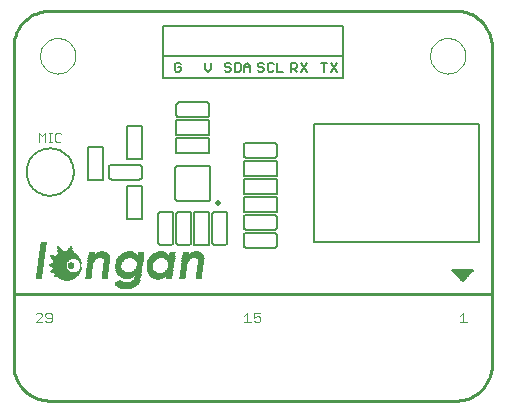
<source format=gto>
G75*
G70*
%OFA0B0*%
%FSLAX24Y24*%
%IPPOS*%
%LPD*%
%AMOC8*
5,1,8,0,0,1.08239X$1,22.5*
%
%ADD10C,0.0050*%
%ADD11C,0.0060*%
%ADD12C,0.0100*%
%ADD13C,0.0000*%
%ADD14C,0.0040*%
%ADD15R,0.0151X0.0006*%
%ADD16R,0.0239X0.0006*%
%ADD17R,0.0302X0.0006*%
%ADD18R,0.0346X0.0006*%
%ADD19R,0.0391X0.0006*%
%ADD20R,0.0422X0.0006*%
%ADD21R,0.0454X0.0006*%
%ADD22R,0.0479X0.0006*%
%ADD23R,0.0504X0.0006*%
%ADD24R,0.0529X0.0006*%
%ADD25R,0.0548X0.0006*%
%ADD26R,0.0573X0.0006*%
%ADD27R,0.0592X0.0006*%
%ADD28R,0.0611X0.0006*%
%ADD29R,0.0630X0.0006*%
%ADD30R,0.0643X0.0006*%
%ADD31R,0.0661X0.0006*%
%ADD32R,0.0674X0.0006*%
%ADD33R,0.0693X0.0006*%
%ADD34R,0.0706X0.0006*%
%ADD35R,0.0718X0.0006*%
%ADD36R,0.0731X0.0006*%
%ADD37R,0.0743X0.0006*%
%ADD38R,0.0750X0.0006*%
%ADD39R,0.0762X0.0006*%
%ADD40R,0.0775X0.0006*%
%ADD41R,0.0787X0.0006*%
%ADD42R,0.0800X0.0006*%
%ADD43R,0.0813X0.0006*%
%ADD44R,0.0806X0.0006*%
%ADD45R,0.0321X0.0006*%
%ADD46R,0.0359X0.0006*%
%ADD47R,0.0283X0.0006*%
%ADD48R,0.0328X0.0006*%
%ADD49R,0.0246X0.0006*%
%ADD50R,0.0315X0.0006*%
%ADD51R,0.0220X0.0006*%
%ADD52R,0.0296X0.0006*%
%ADD53R,0.0195X0.0006*%
%ADD54R,0.0290X0.0006*%
%ADD55R,0.0170X0.0006*%
%ADD56R,0.0277X0.0006*%
%ADD57R,0.0145X0.0006*%
%ADD58R,0.0126X0.0006*%
%ADD59R,0.0265X0.0006*%
%ADD60R,0.0107X0.0006*%
%ADD61R,0.0088X0.0006*%
%ADD62R,0.0258X0.0006*%
%ADD63R,0.0063X0.0006*%
%ADD64R,0.0252X0.0006*%
%ADD65R,0.0044X0.0006*%
%ADD66R,0.0025X0.0006*%
%ADD67R,0.0069X0.0006*%
%ADD68R,0.0006X0.0006*%
%ADD69R,0.0233X0.0006*%
%ADD70R,0.0227X0.0006*%
%ADD71R,0.0384X0.0006*%
%ADD72R,0.0409X0.0006*%
%ADD73R,0.0189X0.0006*%
%ADD74R,0.0435X0.0006*%
%ADD75R,0.0214X0.0006*%
%ADD76R,0.0460X0.0006*%
%ADD77R,0.0208X0.0006*%
%ADD78R,0.0050X0.0006*%
%ADD79R,0.0271X0.0006*%
%ADD80R,0.0485X0.0006*%
%ADD81R,0.0510X0.0006*%
%ADD82R,0.0523X0.0006*%
%ADD83R,0.0372X0.0006*%
%ADD84R,0.0561X0.0006*%
%ADD85R,0.0586X0.0006*%
%ADD86R,0.0340X0.0006*%
%ADD87R,0.0598X0.0006*%
%ADD88R,0.0365X0.0006*%
%ADD89R,0.0441X0.0006*%
%ADD90R,0.0038X0.0006*%
%ADD91R,0.0624X0.0006*%
%ADD92R,0.0416X0.0006*%
%ADD93R,0.0649X0.0006*%
%ADD94R,0.0428X0.0006*%
%ADD95R,0.0472X0.0006*%
%ADD96R,0.0491X0.0006*%
%ADD97R,0.0466X0.0006*%
%ADD98R,0.0756X0.0006*%
%ADD99R,0.0517X0.0006*%
%ADD100R,0.0769X0.0006*%
%ADD101R,0.0781X0.0006*%
%ADD102R,0.0794X0.0006*%
%ADD103R,0.0825X0.0006*%
%ADD104R,0.0838X0.0006*%
%ADD105R,0.0819X0.0006*%
%ADD106R,0.0353X0.0006*%
%ADD107R,0.0850X0.0006*%
%ADD108R,0.0334X0.0006*%
%ADD109R,0.0712X0.0006*%
%ADD110R,0.0157X0.0006*%
%ADD111R,0.0699X0.0006*%
%ADD112R,0.0309X0.0006*%
%ADD113R,0.0680X0.0006*%
%ADD114R,0.0668X0.0006*%
%ADD115R,0.0120X0.0006*%
%ADD116R,0.0655X0.0006*%
%ADD117R,0.0101X0.0006*%
%ADD118R,0.0082X0.0006*%
%ADD119R,0.0076X0.0006*%
%ADD120R,0.0535X0.0006*%
%ADD121R,0.0057X0.0006*%
%ADD122R,0.0498X0.0006*%
%ADD123R,0.0094X0.0006*%
%ADD124R,0.0132X0.0006*%
%ADD125R,0.0202X0.0006*%
%ADD126R,0.0176X0.0006*%
%ADD127R,0.0031X0.0006*%
%ADD128R,0.0183X0.0006*%
%ADD129R,0.0542X0.0006*%
%ADD130R,0.0554X0.0006*%
%ADD131R,0.0567X0.0006*%
%ADD132R,0.0580X0.0006*%
%ADD133R,0.0605X0.0006*%
%ADD134R,0.0687X0.0006*%
%ADD135R,0.0939X0.0006*%
%ADD136R,0.0932X0.0006*%
%ADD137R,0.0857X0.0006*%
%ADD138R,0.0737X0.0006*%
%ADD139R,0.0844X0.0006*%
%ADD140R,0.0724X0.0006*%
%ADD141R,0.0831X0.0006*%
%ADD142R,0.0164X0.0006*%
%ADD143R,0.0636X0.0006*%
%ADD144R,0.0397X0.0006*%
%ADD145R,0.0403X0.0006*%
%ADD146R,0.0378X0.0006*%
%ADD147R,0.0139X0.0006*%
%ADD148R,0.0113X0.0006*%
%ADD149R,0.0019X0.0006*%
%ADD150R,0.0013X0.0006*%
%ADD151C,0.0200*%
D10*
X006469Y005360D02*
X006769Y005360D01*
X006786Y005362D01*
X006803Y005366D01*
X006819Y005373D01*
X006833Y005383D01*
X006846Y005396D01*
X006856Y005410D01*
X006863Y005426D01*
X006867Y005443D01*
X006869Y005460D01*
X006869Y006360D01*
X006867Y006377D01*
X006863Y006394D01*
X006856Y006410D01*
X006846Y006424D01*
X006833Y006437D01*
X006819Y006447D01*
X006803Y006454D01*
X006786Y006458D01*
X006769Y006460D01*
X006469Y006460D01*
X006452Y006458D01*
X006435Y006454D01*
X006419Y006447D01*
X006405Y006437D01*
X006392Y006424D01*
X006382Y006410D01*
X006375Y006394D01*
X006371Y006377D01*
X006369Y006360D01*
X006369Y005460D01*
X006371Y005443D01*
X006375Y005426D01*
X006382Y005410D01*
X006392Y005396D01*
X006405Y005383D01*
X006419Y005373D01*
X006435Y005366D01*
X006452Y005362D01*
X006469Y005360D01*
X006969Y005460D02*
X006969Y006360D01*
X006971Y006377D01*
X006975Y006394D01*
X006982Y006410D01*
X006992Y006424D01*
X007005Y006437D01*
X007019Y006447D01*
X007035Y006454D01*
X007052Y006458D01*
X007069Y006460D01*
X007369Y006460D01*
X007386Y006458D01*
X007403Y006454D01*
X007419Y006447D01*
X007433Y006437D01*
X007446Y006424D01*
X007456Y006410D01*
X007463Y006394D01*
X007467Y006377D01*
X007469Y006360D01*
X007469Y005460D01*
X007467Y005443D01*
X007463Y005426D01*
X007456Y005410D01*
X007446Y005396D01*
X007433Y005383D01*
X007419Y005373D01*
X007403Y005366D01*
X007386Y005362D01*
X007369Y005360D01*
X007069Y005360D01*
X007052Y005362D01*
X007035Y005366D01*
X007019Y005373D01*
X007005Y005383D01*
X006992Y005396D01*
X006982Y005410D01*
X006975Y005426D01*
X006971Y005443D01*
X006969Y005460D01*
X007569Y005360D02*
X008069Y005360D01*
X008069Y006460D01*
X007569Y006460D01*
X007569Y005360D01*
X008169Y005460D02*
X008169Y006360D01*
X008171Y006377D01*
X008175Y006394D01*
X008182Y006410D01*
X008192Y006424D01*
X008205Y006437D01*
X008219Y006447D01*
X008235Y006454D01*
X008252Y006458D01*
X008269Y006460D01*
X008569Y006460D01*
X008586Y006458D01*
X008603Y006454D01*
X008619Y006447D01*
X008633Y006437D01*
X008646Y006424D01*
X008656Y006410D01*
X008663Y006394D01*
X008667Y006377D01*
X008669Y006360D01*
X008669Y005460D01*
X008667Y005443D01*
X008663Y005426D01*
X008656Y005410D01*
X008646Y005396D01*
X008633Y005383D01*
X008619Y005373D01*
X008603Y005366D01*
X008586Y005362D01*
X008569Y005360D01*
X008269Y005360D01*
X008252Y005362D01*
X008235Y005366D01*
X008219Y005373D01*
X008205Y005383D01*
X008192Y005396D01*
X008182Y005410D01*
X008175Y005426D01*
X008171Y005443D01*
X008169Y005460D01*
X009219Y005360D02*
X009219Y005660D01*
X009221Y005677D01*
X009225Y005694D01*
X009232Y005710D01*
X009242Y005724D01*
X009255Y005737D01*
X009269Y005747D01*
X009285Y005754D01*
X009302Y005758D01*
X009319Y005760D01*
X010219Y005760D01*
X010219Y005860D02*
X009319Y005860D01*
X009302Y005862D01*
X009285Y005866D01*
X009269Y005873D01*
X009255Y005883D01*
X009242Y005896D01*
X009232Y005910D01*
X009225Y005926D01*
X009221Y005943D01*
X009219Y005960D01*
X009219Y006260D01*
X009221Y006277D01*
X009225Y006294D01*
X009232Y006310D01*
X009242Y006324D01*
X009255Y006337D01*
X009269Y006347D01*
X009285Y006354D01*
X009302Y006358D01*
X009319Y006360D01*
X010219Y006360D01*
X010236Y006358D01*
X010253Y006354D01*
X010269Y006347D01*
X010283Y006337D01*
X010296Y006324D01*
X010306Y006310D01*
X010313Y006294D01*
X010317Y006277D01*
X010319Y006260D01*
X010319Y005960D01*
X010317Y005943D01*
X010313Y005926D01*
X010306Y005910D01*
X010296Y005896D01*
X010283Y005883D01*
X010269Y005873D01*
X010253Y005866D01*
X010236Y005862D01*
X010219Y005860D01*
X010219Y005760D02*
X010236Y005758D01*
X010253Y005754D01*
X010269Y005747D01*
X010283Y005737D01*
X010296Y005724D01*
X010306Y005710D01*
X010313Y005694D01*
X010317Y005677D01*
X010319Y005660D01*
X010319Y005360D01*
X010317Y005343D01*
X010313Y005326D01*
X010306Y005310D01*
X010296Y005296D01*
X010283Y005283D01*
X010269Y005273D01*
X010253Y005266D01*
X010236Y005262D01*
X010219Y005260D01*
X009319Y005260D01*
X009302Y005262D01*
X009285Y005266D01*
X009269Y005273D01*
X009255Y005283D01*
X009242Y005296D01*
X009232Y005310D01*
X009225Y005326D01*
X009221Y005343D01*
X009219Y005360D01*
X009219Y006460D02*
X009219Y006960D01*
X010319Y006960D01*
X010319Y006460D01*
X009219Y006460D01*
X009219Y007060D02*
X009219Y007560D01*
X010319Y007560D01*
X010319Y007060D01*
X009219Y007060D01*
X009219Y007660D02*
X009219Y008160D01*
X010319Y008160D01*
X010319Y007660D01*
X009219Y007660D01*
X009319Y008260D02*
X010219Y008260D01*
X010236Y008262D01*
X010253Y008266D01*
X010269Y008273D01*
X010283Y008283D01*
X010296Y008296D01*
X010306Y008310D01*
X010313Y008326D01*
X010317Y008343D01*
X010319Y008360D01*
X010319Y008660D01*
X010317Y008677D01*
X010313Y008694D01*
X010306Y008710D01*
X010296Y008724D01*
X010283Y008737D01*
X010269Y008747D01*
X010253Y008754D01*
X010236Y008758D01*
X010219Y008760D01*
X009319Y008760D01*
X009302Y008758D01*
X009285Y008754D01*
X009269Y008747D01*
X009255Y008737D01*
X009242Y008724D01*
X009232Y008710D01*
X009225Y008694D01*
X009221Y008677D01*
X009219Y008660D01*
X009219Y008360D01*
X009221Y008343D01*
X009225Y008326D01*
X009232Y008310D01*
X009242Y008296D01*
X009255Y008283D01*
X009269Y008273D01*
X009285Y008266D01*
X009302Y008262D01*
X009319Y008260D01*
X008069Y008410D02*
X006969Y008410D01*
X006969Y008910D01*
X008069Y008910D01*
X008069Y008410D01*
X008069Y009010D02*
X006969Y009010D01*
X006969Y009510D01*
X008069Y009510D01*
X008069Y009010D01*
X007969Y009610D02*
X007069Y009610D01*
X007052Y009612D01*
X007035Y009616D01*
X007019Y009623D01*
X007005Y009633D01*
X006992Y009646D01*
X006982Y009660D01*
X006975Y009676D01*
X006971Y009693D01*
X006969Y009710D01*
X006969Y010010D01*
X006971Y010027D01*
X006975Y010044D01*
X006982Y010060D01*
X006992Y010074D01*
X007005Y010087D01*
X007019Y010097D01*
X007035Y010104D01*
X007052Y010108D01*
X007069Y010110D01*
X007969Y010110D01*
X007986Y010108D01*
X008003Y010104D01*
X008019Y010097D01*
X008033Y010087D01*
X008046Y010074D01*
X008056Y010060D01*
X008063Y010044D01*
X008067Y010027D01*
X008069Y010010D01*
X008069Y009710D01*
X008067Y009693D01*
X008063Y009676D01*
X008056Y009660D01*
X008046Y009646D01*
X008033Y009633D01*
X008019Y009623D01*
X008003Y009616D01*
X007986Y009612D01*
X007969Y009610D01*
X006519Y010910D02*
X012519Y010910D01*
X012519Y011660D01*
X006519Y011660D01*
X006519Y012660D01*
X012519Y012660D01*
X012519Y011660D01*
X012317Y011435D02*
X012116Y011135D01*
X011894Y011135D02*
X011894Y011435D01*
X011794Y011435D02*
X011994Y011435D01*
X012116Y011435D02*
X012317Y011135D01*
X011317Y011135D02*
X011116Y011435D01*
X010994Y011385D02*
X010994Y011285D01*
X010944Y011235D01*
X010794Y011235D01*
X010794Y011135D02*
X010794Y011435D01*
X010944Y011435D01*
X010994Y011385D01*
X010894Y011235D02*
X010994Y011135D01*
X011116Y011135D02*
X011317Y011435D01*
X010539Y011135D02*
X010339Y011135D01*
X010339Y011435D01*
X010217Y011385D02*
X010167Y011435D01*
X010066Y011435D01*
X010016Y011385D01*
X010016Y011185D01*
X010066Y011135D01*
X010167Y011135D01*
X010217Y011185D01*
X009894Y011185D02*
X009844Y011135D01*
X009744Y011135D01*
X009694Y011185D01*
X009744Y011285D02*
X009844Y011285D01*
X009894Y011235D01*
X009894Y011185D01*
X009744Y011285D02*
X009694Y011335D01*
X009694Y011385D01*
X009744Y011435D01*
X009844Y011435D01*
X009894Y011385D01*
X009439Y011335D02*
X009439Y011135D01*
X009439Y011285D02*
X009239Y011285D01*
X009239Y011335D02*
X009239Y011135D01*
X009117Y011185D02*
X009117Y011385D01*
X009067Y011435D01*
X008916Y011435D01*
X008916Y011135D01*
X009067Y011135D01*
X009117Y011185D01*
X009239Y011335D02*
X009339Y011435D01*
X009439Y011335D01*
X008794Y011385D02*
X008744Y011435D01*
X008644Y011435D01*
X008594Y011385D01*
X008594Y011335D01*
X008644Y011285D01*
X008744Y011285D01*
X008794Y011235D01*
X008794Y011185D01*
X008744Y011135D01*
X008644Y011135D01*
X008594Y011185D01*
X008144Y011235D02*
X008044Y011135D01*
X007944Y011235D01*
X007944Y011435D01*
X008144Y011435D02*
X008144Y011235D01*
X007119Y011185D02*
X007069Y011135D01*
X006969Y011135D01*
X006919Y011185D01*
X006919Y011385D01*
X006969Y011435D01*
X007069Y011435D01*
X007119Y011385D01*
X007119Y011285D02*
X007019Y011285D01*
X007119Y011285D02*
X007119Y011185D01*
X006519Y010910D02*
X006519Y011660D01*
X005819Y009335D02*
X005319Y009335D01*
X005319Y008235D01*
X005819Y008235D01*
X005819Y009335D01*
X004519Y008635D02*
X004019Y008635D01*
X004019Y007535D01*
X004519Y007535D01*
X004519Y008635D01*
X004819Y008035D02*
X005719Y008035D01*
X005736Y008033D01*
X005753Y008029D01*
X005769Y008022D01*
X005783Y008012D01*
X005796Y007999D01*
X005806Y007985D01*
X005813Y007969D01*
X005817Y007952D01*
X005819Y007935D01*
X005819Y007635D01*
X005817Y007618D01*
X005813Y007601D01*
X005806Y007585D01*
X005796Y007571D01*
X005783Y007558D01*
X005769Y007548D01*
X005753Y007541D01*
X005736Y007537D01*
X005719Y007535D01*
X004819Y007535D01*
X004802Y007537D01*
X004785Y007541D01*
X004769Y007548D01*
X004755Y007558D01*
X004742Y007571D01*
X004732Y007585D01*
X004725Y007601D01*
X004721Y007618D01*
X004719Y007635D01*
X004719Y007935D01*
X004721Y007952D01*
X004725Y007969D01*
X004732Y007985D01*
X004742Y007999D01*
X004755Y008012D01*
X004769Y008022D01*
X004785Y008029D01*
X004802Y008033D01*
X004819Y008035D01*
X005319Y007335D02*
X005819Y007335D01*
X005819Y006235D01*
X005319Y006235D01*
X005319Y007335D01*
X001982Y007785D02*
X001984Y007841D01*
X001990Y007896D01*
X002000Y007950D01*
X002013Y008004D01*
X002031Y008057D01*
X002052Y008108D01*
X002076Y008158D01*
X002104Y008206D01*
X002136Y008252D01*
X002170Y008296D01*
X002208Y008337D01*
X002248Y008375D01*
X002291Y008410D01*
X002336Y008442D01*
X002384Y008471D01*
X002433Y008497D01*
X002484Y008519D01*
X002536Y008537D01*
X002590Y008551D01*
X002645Y008562D01*
X002700Y008569D01*
X002755Y008572D01*
X002811Y008571D01*
X002866Y008566D01*
X002921Y008557D01*
X002975Y008545D01*
X003028Y008528D01*
X003080Y008508D01*
X003130Y008484D01*
X003178Y008457D01*
X003225Y008427D01*
X003269Y008393D01*
X003311Y008356D01*
X003349Y008316D01*
X003386Y008274D01*
X003419Y008229D01*
X003448Y008183D01*
X003475Y008134D01*
X003497Y008083D01*
X003517Y008031D01*
X003532Y007977D01*
X003544Y007923D01*
X003552Y007868D01*
X003556Y007813D01*
X003556Y007757D01*
X003552Y007702D01*
X003544Y007647D01*
X003532Y007593D01*
X003517Y007539D01*
X003497Y007487D01*
X003475Y007436D01*
X003448Y007387D01*
X003419Y007341D01*
X003386Y007296D01*
X003349Y007254D01*
X003311Y007214D01*
X003269Y007177D01*
X003225Y007143D01*
X003178Y007113D01*
X003130Y007086D01*
X003080Y007062D01*
X003028Y007042D01*
X002975Y007025D01*
X002921Y007013D01*
X002866Y007004D01*
X002811Y006999D01*
X002755Y006998D01*
X002700Y007001D01*
X002645Y007008D01*
X002590Y007019D01*
X002536Y007033D01*
X002484Y007051D01*
X002433Y007073D01*
X002384Y007099D01*
X002336Y007128D01*
X002291Y007160D01*
X002248Y007195D01*
X002208Y007233D01*
X002170Y007274D01*
X002136Y007318D01*
X002104Y007364D01*
X002076Y007412D01*
X002052Y007462D01*
X002031Y007513D01*
X002013Y007566D01*
X002000Y007620D01*
X001990Y007674D01*
X001984Y007729D01*
X001982Y007785D01*
X011566Y009379D02*
X011566Y005441D01*
X017078Y005441D01*
X017078Y009379D01*
X011566Y009379D01*
D11*
X008110Y007882D02*
X008110Y006938D01*
X008108Y006918D01*
X008103Y006898D01*
X008094Y006879D01*
X008082Y006862D01*
X008068Y006848D01*
X008051Y006836D01*
X008032Y006827D01*
X008012Y006822D01*
X007992Y006820D01*
X007992Y006819D02*
X007047Y006819D01*
X007047Y006820D02*
X007027Y006822D01*
X007007Y006827D01*
X006988Y006836D01*
X006971Y006848D01*
X006957Y006862D01*
X006945Y006879D01*
X006936Y006898D01*
X006931Y006918D01*
X006929Y006938D01*
X006929Y007882D01*
X006931Y007902D01*
X006936Y007922D01*
X006945Y007941D01*
X006957Y007958D01*
X006971Y007972D01*
X006988Y007984D01*
X007007Y007993D01*
X007027Y007998D01*
X007047Y008000D01*
X007047Y008001D02*
X007992Y008001D01*
X007992Y008000D02*
X008012Y007998D01*
X008032Y007993D01*
X008051Y007984D01*
X008068Y007972D01*
X008082Y007958D01*
X008094Y007941D01*
X008103Y007922D01*
X008108Y007902D01*
X008110Y007882D01*
X016169Y004510D02*
X016769Y004510D01*
X016769Y004410D01*
X016869Y004510D01*
X016769Y004510D01*
X016769Y004410D01*
X016519Y004160D01*
X016169Y004510D01*
X016184Y004495D02*
X016769Y004495D01*
X016855Y004495D01*
X016796Y004437D02*
X016769Y004437D01*
X016242Y004437D01*
X016301Y004378D02*
X016738Y004378D01*
X016679Y004320D02*
X016359Y004320D01*
X016418Y004261D02*
X016621Y004261D01*
X016562Y004203D02*
X016476Y004203D01*
D12*
X001547Y001364D02*
X001547Y011956D01*
X001549Y012023D01*
X001555Y012090D01*
X001564Y012157D01*
X001577Y012223D01*
X001594Y012288D01*
X001614Y012352D01*
X001638Y012415D01*
X001666Y012477D01*
X001697Y012536D01*
X001731Y012594D01*
X001768Y012650D01*
X001809Y012704D01*
X001852Y012756D01*
X001898Y012805D01*
X001947Y012851D01*
X001999Y012894D01*
X002053Y012935D01*
X002109Y012972D01*
X002167Y013006D01*
X002226Y013037D01*
X002288Y013065D01*
X002351Y013089D01*
X002415Y013109D01*
X002480Y013126D01*
X002546Y013139D01*
X002613Y013148D01*
X002680Y013154D01*
X002747Y013156D01*
X016292Y013156D01*
X016359Y013154D01*
X016426Y013148D01*
X016493Y013139D01*
X016559Y013126D01*
X016624Y013109D01*
X016688Y013089D01*
X016751Y013065D01*
X016813Y013037D01*
X016872Y013006D01*
X016930Y012972D01*
X016986Y012935D01*
X017040Y012894D01*
X017092Y012851D01*
X017141Y012805D01*
X017187Y012756D01*
X017230Y012704D01*
X017271Y012650D01*
X017308Y012594D01*
X017342Y012536D01*
X017373Y012477D01*
X017401Y012415D01*
X017425Y012352D01*
X017445Y012288D01*
X017462Y012223D01*
X017475Y012157D01*
X017484Y012090D01*
X017490Y012023D01*
X017492Y011956D01*
X017492Y001364D01*
X017490Y001297D01*
X017484Y001230D01*
X017475Y001163D01*
X017462Y001097D01*
X017445Y001032D01*
X017425Y000968D01*
X017401Y000905D01*
X017373Y000843D01*
X017342Y000784D01*
X017308Y000726D01*
X017271Y000670D01*
X017230Y000616D01*
X017187Y000564D01*
X017141Y000515D01*
X017092Y000469D01*
X017040Y000426D01*
X016986Y000385D01*
X016930Y000348D01*
X016872Y000314D01*
X016813Y000283D01*
X016751Y000255D01*
X016688Y000231D01*
X016624Y000211D01*
X016559Y000194D01*
X016493Y000181D01*
X016426Y000172D01*
X016359Y000166D01*
X016292Y000164D01*
X002747Y000164D01*
X002680Y000166D01*
X002613Y000172D01*
X002546Y000181D01*
X002480Y000194D01*
X002415Y000211D01*
X002351Y000231D01*
X002288Y000255D01*
X002226Y000283D01*
X002167Y000314D01*
X002109Y000348D01*
X002053Y000385D01*
X001999Y000426D01*
X001947Y000469D01*
X001898Y000515D01*
X001852Y000564D01*
X001809Y000616D01*
X001768Y000670D01*
X001731Y000726D01*
X001697Y000784D01*
X001666Y000843D01*
X001638Y000905D01*
X001614Y000968D01*
X001594Y001032D01*
X001577Y001097D01*
X001564Y001163D01*
X001555Y001230D01*
X001549Y001297D01*
X001547Y001364D01*
X001578Y003707D02*
X017460Y003707D01*
D13*
X015428Y011660D02*
X015430Y011708D01*
X015436Y011756D01*
X015446Y011803D01*
X015459Y011849D01*
X015477Y011894D01*
X015497Y011938D01*
X015522Y011980D01*
X015550Y012019D01*
X015580Y012056D01*
X015614Y012090D01*
X015651Y012122D01*
X015689Y012151D01*
X015730Y012176D01*
X015773Y012198D01*
X015818Y012216D01*
X015864Y012230D01*
X015911Y012241D01*
X015959Y012248D01*
X016007Y012251D01*
X016055Y012250D01*
X016103Y012245D01*
X016151Y012236D01*
X016197Y012224D01*
X016242Y012207D01*
X016286Y012187D01*
X016328Y012164D01*
X016368Y012137D01*
X016406Y012107D01*
X016441Y012074D01*
X016473Y012038D01*
X016503Y012000D01*
X016529Y011959D01*
X016551Y011916D01*
X016571Y011872D01*
X016586Y011827D01*
X016598Y011780D01*
X016606Y011732D01*
X016610Y011684D01*
X016610Y011636D01*
X016606Y011588D01*
X016598Y011540D01*
X016586Y011493D01*
X016571Y011448D01*
X016551Y011404D01*
X016529Y011361D01*
X016503Y011320D01*
X016473Y011282D01*
X016441Y011246D01*
X016406Y011213D01*
X016368Y011183D01*
X016328Y011156D01*
X016286Y011133D01*
X016242Y011113D01*
X016197Y011096D01*
X016151Y011084D01*
X016103Y011075D01*
X016055Y011070D01*
X016007Y011069D01*
X015959Y011072D01*
X015911Y011079D01*
X015864Y011090D01*
X015818Y011104D01*
X015773Y011122D01*
X015730Y011144D01*
X015689Y011169D01*
X015651Y011198D01*
X015614Y011230D01*
X015580Y011264D01*
X015550Y011301D01*
X015522Y011340D01*
X015497Y011382D01*
X015477Y011426D01*
X015459Y011471D01*
X015446Y011517D01*
X015436Y011564D01*
X015430Y011612D01*
X015428Y011660D01*
X002428Y011660D02*
X002430Y011708D01*
X002436Y011756D01*
X002446Y011803D01*
X002459Y011849D01*
X002477Y011894D01*
X002497Y011938D01*
X002522Y011980D01*
X002550Y012019D01*
X002580Y012056D01*
X002614Y012090D01*
X002651Y012122D01*
X002689Y012151D01*
X002730Y012176D01*
X002773Y012198D01*
X002818Y012216D01*
X002864Y012230D01*
X002911Y012241D01*
X002959Y012248D01*
X003007Y012251D01*
X003055Y012250D01*
X003103Y012245D01*
X003151Y012236D01*
X003197Y012224D01*
X003242Y012207D01*
X003286Y012187D01*
X003328Y012164D01*
X003368Y012137D01*
X003406Y012107D01*
X003441Y012074D01*
X003473Y012038D01*
X003503Y012000D01*
X003529Y011959D01*
X003551Y011916D01*
X003571Y011872D01*
X003586Y011827D01*
X003598Y011780D01*
X003606Y011732D01*
X003610Y011684D01*
X003610Y011636D01*
X003606Y011588D01*
X003598Y011540D01*
X003586Y011493D01*
X003571Y011448D01*
X003551Y011404D01*
X003529Y011361D01*
X003503Y011320D01*
X003473Y011282D01*
X003441Y011246D01*
X003406Y011213D01*
X003368Y011183D01*
X003328Y011156D01*
X003286Y011133D01*
X003242Y011113D01*
X003197Y011096D01*
X003151Y011084D01*
X003103Y011075D01*
X003055Y011070D01*
X003007Y011069D01*
X002959Y011072D01*
X002911Y011079D01*
X002864Y011090D01*
X002818Y011104D01*
X002773Y011122D01*
X002730Y011144D01*
X002689Y011169D01*
X002651Y011198D01*
X002614Y011230D01*
X002580Y011264D01*
X002550Y011301D01*
X002522Y011340D01*
X002497Y011382D01*
X002477Y011426D01*
X002459Y011471D01*
X002446Y011517D01*
X002436Y011564D01*
X002430Y011612D01*
X002428Y011660D01*
D14*
X002399Y009090D02*
X002503Y008986D01*
X002606Y009090D01*
X002606Y008779D01*
X002721Y008779D02*
X002825Y008779D01*
X002773Y008779D02*
X002773Y009090D01*
X002721Y009090D02*
X002825Y009090D01*
X002936Y009038D02*
X002936Y008831D01*
X002988Y008779D01*
X003091Y008779D01*
X003143Y008831D01*
X003143Y009038D02*
X003091Y009090D01*
X002988Y009090D01*
X002936Y009038D01*
X002399Y009090D02*
X002399Y008779D01*
X002444Y003090D02*
X002341Y003090D01*
X002289Y003039D01*
X002444Y003090D02*
X002496Y003039D01*
X002496Y002987D01*
X002289Y002780D01*
X002496Y002780D01*
X002611Y002832D02*
X002663Y002780D01*
X002767Y002780D01*
X002818Y002832D01*
X002818Y003039D01*
X002767Y003090D01*
X002663Y003090D01*
X002611Y003039D01*
X002611Y002987D01*
X002663Y002935D01*
X002818Y002935D01*
X009239Y002987D02*
X009343Y003090D01*
X009343Y002780D01*
X009446Y002780D02*
X009239Y002780D01*
X009561Y002832D02*
X009613Y002780D01*
X009717Y002780D01*
X009768Y002832D01*
X009768Y002935D01*
X009717Y002987D01*
X009665Y002987D01*
X009561Y002935D01*
X009561Y003090D01*
X009768Y003090D01*
X016439Y002987D02*
X016543Y003090D01*
X016543Y002780D01*
X016646Y002780D02*
X016439Y002780D01*
D15*
X005312Y003876D03*
X005319Y004223D03*
X003435Y005167D03*
X003101Y005161D03*
D16*
X004128Y004796D03*
X004128Y004790D03*
X004506Y005092D03*
X004645Y004878D03*
X005086Y004808D03*
X005086Y004802D03*
X005092Y004815D03*
X005067Y004493D03*
X005073Y004487D03*
X005646Y004160D03*
X005312Y003882D03*
X005709Y004512D03*
X005747Y004802D03*
X005747Y004808D03*
X006138Y004802D03*
X006144Y004808D03*
X006144Y004815D03*
X006150Y004821D03*
X006125Y004468D03*
X006131Y004462D03*
X006755Y004500D03*
X006793Y004790D03*
X006793Y004796D03*
X007265Y004796D03*
X007265Y004790D03*
X007643Y005092D03*
X007782Y004878D03*
D17*
X007309Y004878D03*
X006774Y004865D03*
X006711Y004424D03*
X006364Y004223D03*
X006188Y004399D03*
X005665Y004449D03*
X005312Y003889D03*
X004172Y004878D03*
X005407Y005086D03*
X006220Y004897D03*
D18*
X005706Y004890D03*
X005643Y004430D03*
X006216Y004386D03*
X006361Y004235D03*
X006758Y004890D03*
X007331Y004903D03*
X005316Y003895D03*
X004194Y004903D03*
D19*
X005319Y004267D03*
X005621Y004418D03*
X005312Y003901D03*
X006364Y004248D03*
X006736Y004909D03*
D20*
X006361Y004260D03*
X005316Y003908D03*
D21*
X005312Y003914D03*
X005319Y004286D03*
X004494Y005016D03*
X006440Y005041D03*
X007631Y005016D03*
D22*
X005312Y003920D03*
X003095Y004544D03*
X003095Y004550D03*
X003089Y004563D03*
X003076Y004601D03*
X003095Y004745D03*
X003101Y004758D03*
D23*
X003120Y004802D03*
X003284Y005092D03*
X003278Y005111D03*
X003278Y005117D03*
X005319Y004304D03*
X005312Y003927D03*
X006364Y004292D03*
X005394Y005023D03*
D24*
X005312Y003933D03*
X003297Y005073D03*
X003057Y004714D03*
D25*
X003048Y004708D03*
X003098Y004487D03*
X003331Y004241D03*
X003306Y005060D03*
X005316Y003939D03*
X005391Y005004D03*
X006431Y004997D03*
D26*
X005316Y003945D03*
X003098Y004475D03*
D27*
X003013Y004657D03*
X003020Y004689D03*
X003139Y004853D03*
X005312Y003952D03*
D28*
X005316Y003958D03*
X003331Y004267D03*
X003098Y004456D03*
X003142Y004859D03*
X003331Y005023D03*
D29*
X003152Y004865D03*
X003101Y004449D03*
X005312Y003964D03*
D30*
X005312Y003971D03*
X003101Y004443D03*
D31*
X005316Y003977D03*
D32*
X005316Y003983D03*
X003331Y004997D03*
D33*
X003335Y004985D03*
X005312Y003990D03*
D34*
X005312Y003996D03*
X004386Y004979D03*
X004386Y004985D03*
X003335Y004979D03*
X007523Y004985D03*
D35*
X007530Y004960D03*
X005312Y004002D03*
X004393Y004960D03*
D36*
X004393Y004941D03*
X004393Y004934D03*
X004393Y004928D03*
X003328Y004966D03*
X005312Y004008D03*
X007530Y004928D03*
X007530Y004934D03*
X007530Y004941D03*
X007530Y004947D03*
D37*
X005426Y004317D03*
X005312Y004015D03*
X003290Y004286D03*
D38*
X003294Y004292D03*
X005316Y004021D03*
X005423Y004323D03*
X006475Y004304D03*
D39*
X006468Y004323D03*
X005423Y004330D03*
X005316Y004027D03*
X003306Y004311D03*
X003300Y004304D03*
D40*
X003319Y004336D03*
X003325Y004342D03*
X005316Y004034D03*
X005416Y004342D03*
X005416Y004349D03*
X006462Y004342D03*
X006462Y004336D03*
D41*
X006462Y004349D03*
X005410Y004361D03*
X005316Y004046D03*
X005316Y004040D03*
X003331Y004355D03*
X003331Y004361D03*
D42*
X003331Y004367D03*
X005316Y004053D03*
X005410Y004374D03*
X005492Y004985D03*
X005498Y004991D03*
X006456Y004367D03*
D43*
X006531Y004966D03*
X005486Y004972D03*
X005404Y004393D03*
X005404Y004386D03*
X005316Y004065D03*
X005316Y004059D03*
X003331Y004374D03*
X003331Y004380D03*
D44*
X005325Y004071D03*
X005407Y004380D03*
X005489Y004979D03*
X006535Y004972D03*
X006453Y004380D03*
X006453Y004374D03*
D45*
X006701Y004412D03*
X006764Y004878D03*
X006449Y005079D03*
X005719Y004878D03*
X005095Y004078D03*
X004182Y004890D03*
X003331Y004185D03*
X007319Y004890D03*
D46*
X006752Y004897D03*
X005700Y004897D03*
X005404Y005073D03*
X005555Y004078D03*
X003331Y004191D03*
D47*
X003331Y004179D03*
X004157Y004859D03*
X004623Y004909D03*
X005139Y004871D03*
X005114Y004437D03*
X005089Y004084D03*
X005731Y004853D03*
X006197Y004878D03*
X006204Y004884D03*
X006179Y004405D03*
X006720Y004437D03*
X006727Y004443D03*
X006783Y004846D03*
X007294Y004859D03*
X007300Y004865D03*
X007760Y004909D03*
D48*
X006761Y004884D03*
X006364Y004229D03*
X005653Y004437D03*
X005571Y004084D03*
X005407Y005079D03*
D49*
X005101Y004827D03*
X005095Y004821D03*
X005076Y004481D03*
X004642Y004884D03*
X004131Y004808D03*
X004131Y004802D03*
X005083Y004090D03*
X005643Y004153D03*
X005700Y004500D03*
X005706Y004506D03*
X006135Y004456D03*
X006153Y004827D03*
X006160Y004834D03*
X006752Y004493D03*
X006752Y004487D03*
X006746Y004481D03*
X006796Y004802D03*
X007268Y004802D03*
X007268Y004808D03*
X007779Y004884D03*
D50*
X007744Y004916D03*
X006232Y004903D03*
X005722Y004871D03*
X005659Y004443D03*
X005583Y004090D03*
X005319Y004248D03*
X005174Y004897D03*
X004607Y004916D03*
X006201Y004393D03*
D51*
X006109Y004506D03*
X006109Y004512D03*
X006103Y004525D03*
X006103Y004531D03*
X006103Y004538D03*
X006097Y004556D03*
X006097Y004563D03*
X006097Y004670D03*
X006097Y004676D03*
X006103Y004701D03*
X006103Y004708D03*
X006103Y004714D03*
X006103Y004720D03*
X006109Y004727D03*
X006109Y004733D03*
X006109Y004739D03*
X006116Y004752D03*
X005788Y004997D03*
X005794Y005035D03*
X005794Y005041D03*
X005801Y005079D03*
X005801Y005086D03*
X005725Y004550D03*
X005719Y004544D03*
X005719Y004538D03*
X005675Y004229D03*
X005675Y004223D03*
X005668Y004210D03*
X005668Y004204D03*
X005662Y004191D03*
X005083Y004097D03*
X005051Y004531D03*
X005051Y004538D03*
X005051Y004544D03*
X005045Y004550D03*
X005045Y004556D03*
X005045Y004563D03*
X005051Y004720D03*
X005051Y004727D03*
X005057Y004739D03*
X005057Y004745D03*
X005064Y004758D03*
X004654Y004771D03*
X004654Y004777D03*
X004654Y004783D03*
X004654Y004790D03*
X004654Y004796D03*
X004654Y004802D03*
X004654Y004808D03*
X004654Y004815D03*
X004654Y004821D03*
X004654Y004827D03*
X004654Y004834D03*
X004654Y004840D03*
X004654Y004846D03*
X004648Y004720D03*
X004642Y004670D03*
X004635Y004626D03*
X004629Y004582D03*
X004623Y004538D03*
X004623Y004531D03*
X004616Y004487D03*
X004610Y004443D03*
X004604Y004399D03*
X004604Y004393D03*
X004597Y004349D03*
X004591Y004304D03*
X004585Y004260D03*
X004585Y004254D03*
X004049Y004311D03*
X004056Y004355D03*
X004043Y004260D03*
X004087Y004588D03*
X004094Y004626D03*
X004094Y004632D03*
X004100Y004664D03*
X004100Y004670D03*
X004100Y004676D03*
X004106Y004695D03*
X004106Y004701D03*
X004106Y004708D03*
X004106Y004714D03*
X004112Y004733D03*
X004150Y005048D03*
X002531Y005262D03*
X002525Y005218D03*
X002519Y005167D03*
X002512Y005123D03*
X002506Y005079D03*
X002500Y005035D03*
X002500Y005029D03*
X002494Y004985D03*
X002487Y004941D03*
X002481Y004897D03*
X002481Y004890D03*
X002475Y004846D03*
X002468Y004802D03*
X002462Y004758D03*
X002462Y004752D03*
X002456Y004708D03*
X002449Y004664D03*
X002443Y004619D03*
X002437Y004569D03*
X002431Y004525D03*
X002424Y004481D03*
X002418Y004430D03*
X002412Y004386D03*
X002405Y004342D03*
X002399Y004292D03*
X002393Y004248D03*
X002538Y005306D03*
X002544Y005356D03*
X002550Y005401D03*
X006764Y004525D03*
X006771Y004538D03*
X006771Y004544D03*
X006796Y004752D03*
X006834Y004985D03*
X006840Y005029D03*
X006840Y005035D03*
X006846Y005073D03*
X006846Y005079D03*
X007287Y005048D03*
X007287Y005041D03*
X007249Y004733D03*
X007249Y004727D03*
X007243Y004714D03*
X007243Y004708D03*
X007243Y004701D03*
X007243Y004695D03*
X007243Y004689D03*
X007237Y004676D03*
X007237Y004670D03*
X007237Y004664D03*
X007231Y004632D03*
X007231Y004626D03*
X007193Y004355D03*
X007180Y004260D03*
X007722Y004254D03*
X007728Y004304D03*
X007735Y004349D03*
X007741Y004393D03*
X007747Y004437D03*
X007747Y004443D03*
X007753Y004487D03*
X007760Y004531D03*
X007766Y004575D03*
X007766Y004582D03*
X007772Y004626D03*
X007779Y004670D03*
X007785Y004714D03*
X007785Y004720D03*
X007791Y004771D03*
X007791Y004777D03*
X007791Y004783D03*
X007791Y004790D03*
X007791Y004796D03*
X007791Y004815D03*
X007791Y004821D03*
X007791Y004827D03*
X007791Y004834D03*
X007791Y004840D03*
X007791Y004846D03*
D52*
X006777Y004859D03*
X006449Y005086D03*
X005731Y004859D03*
X005158Y004884D03*
X005120Y004430D03*
X005593Y004097D03*
D53*
X005083Y004103D03*
X005744Y004619D03*
X005744Y004626D03*
X005744Y004632D03*
X005750Y004645D03*
X005750Y004651D03*
X005750Y004657D03*
X005750Y004664D03*
X005750Y004670D03*
X005750Y004676D03*
X003451Y004676D03*
X003451Y004682D03*
X003451Y004607D03*
X003451Y004601D03*
X003123Y005123D03*
D54*
X004160Y004865D03*
X004166Y004871D03*
X004506Y005079D03*
X005149Y004878D03*
X005672Y004456D03*
X005678Y004462D03*
X005602Y004103D03*
X005319Y004241D03*
X006213Y004890D03*
X006717Y004430D03*
X006780Y004853D03*
X007303Y004871D03*
X007643Y005079D03*
D55*
X005083Y004109D03*
X003672Y004878D03*
X003451Y004708D03*
X003451Y004582D03*
X003331Y004166D03*
X003432Y005149D03*
X003111Y005142D03*
D56*
X004153Y004853D03*
X005105Y004443D03*
X005684Y004468D03*
X005615Y004116D03*
X005609Y004109D03*
X006169Y004412D03*
X006730Y004449D03*
X007290Y004853D03*
X005735Y004846D03*
D57*
X005083Y004116D03*
X003690Y004418D03*
X003451Y004569D03*
X003451Y004720D03*
X003690Y004871D03*
X003438Y005174D03*
X003098Y005167D03*
D58*
X003083Y005193D03*
X003442Y005193D03*
X003700Y004424D03*
X005079Y004122D03*
X006364Y004197D03*
D59*
X006163Y004418D03*
X006157Y004424D03*
X005690Y004481D03*
X005741Y004827D03*
X005741Y004834D03*
X005123Y004853D03*
X005092Y004456D03*
X005098Y004449D03*
X005621Y004122D03*
X005627Y004128D03*
X006736Y004462D03*
X006786Y004827D03*
X006786Y004834D03*
X006453Y005092D03*
X007284Y004840D03*
X007643Y005086D03*
X004506Y005086D03*
X004147Y004840D03*
D60*
X004509Y005111D03*
X003716Y004853D03*
X003451Y004733D03*
X003716Y004437D03*
X003445Y005212D03*
X005083Y004128D03*
X007646Y005111D03*
D61*
X005086Y004134D03*
X003738Y004456D03*
X003731Y004449D03*
X003454Y004739D03*
X003738Y004834D03*
X003064Y005224D03*
D62*
X004144Y004834D03*
X004635Y004897D03*
X005114Y004846D03*
X005089Y004462D03*
X005694Y004487D03*
X005744Y004821D03*
X006172Y004853D03*
X006179Y004859D03*
X006147Y004437D03*
X006153Y004430D03*
X006739Y004468D03*
X006790Y004821D03*
X007281Y004834D03*
X007772Y004897D03*
X005631Y004134D03*
D63*
X005086Y004141D03*
X003763Y004493D03*
X003763Y004796D03*
X003757Y004802D03*
X003454Y004544D03*
X002950Y004279D03*
X003051Y005249D03*
X003454Y005249D03*
D64*
X004141Y004827D03*
X004141Y004821D03*
X004135Y004815D03*
X004638Y004890D03*
X005105Y004834D03*
X005111Y004840D03*
X005079Y004475D03*
X005086Y004468D03*
X005319Y004235D03*
X005634Y004141D03*
X005640Y004147D03*
X005697Y004493D03*
X005747Y004815D03*
X006163Y004840D03*
X006169Y004846D03*
X006138Y004449D03*
X006144Y004443D03*
X006742Y004475D03*
X006793Y004808D03*
X006793Y004815D03*
X007272Y004815D03*
X007278Y004821D03*
X007278Y004827D03*
X007775Y004890D03*
D65*
X005089Y004147D03*
X003785Y004538D03*
X003785Y004544D03*
X003791Y004563D03*
X003779Y004525D03*
X003791Y004727D03*
X003785Y004739D03*
X003785Y004745D03*
X003785Y004752D03*
X003457Y005268D03*
X003042Y005268D03*
D66*
X005092Y004153D03*
D67*
X003760Y004487D03*
X003753Y004481D03*
X003753Y004808D03*
X003054Y005243D03*
X003331Y004160D03*
D68*
X005095Y004160D03*
D69*
X005064Y004500D03*
X005076Y004790D03*
X005083Y004796D03*
X004648Y004865D03*
X004648Y004871D03*
X004125Y004783D03*
X004125Y004777D03*
X004119Y004771D03*
X004119Y004764D03*
X004119Y004758D03*
X003331Y004172D03*
X005410Y005098D03*
X005750Y004796D03*
X005750Y004790D03*
X005712Y004525D03*
X005712Y004519D03*
X006122Y004481D03*
X006122Y004475D03*
X006128Y004783D03*
X006135Y004796D03*
X006758Y004512D03*
X006758Y004506D03*
X006796Y004777D03*
X006796Y004783D03*
X007256Y004771D03*
X007256Y004764D03*
X007256Y004758D03*
X007262Y004777D03*
X007262Y004783D03*
X007785Y004865D03*
X007785Y004871D03*
X006361Y004210D03*
X005656Y004172D03*
X005649Y004166D03*
D70*
X005659Y004179D03*
X005659Y004185D03*
X005665Y004197D03*
X005716Y004531D03*
X005753Y004771D03*
X005753Y004777D03*
X005753Y004783D03*
X006112Y004745D03*
X006119Y004758D03*
X006119Y004764D03*
X006125Y004771D03*
X006125Y004777D03*
X006131Y004790D03*
X006106Y004519D03*
X006112Y004500D03*
X006112Y004493D03*
X006119Y004487D03*
X006761Y004519D03*
X006768Y004531D03*
X006799Y004758D03*
X006799Y004764D03*
X006799Y004771D03*
X007246Y004720D03*
X007253Y004739D03*
X007253Y004745D03*
X007253Y004752D03*
X007788Y004853D03*
X007788Y004859D03*
X006453Y005098D03*
X005073Y004783D03*
X005073Y004777D03*
X005067Y004771D03*
X005067Y004764D03*
X005060Y004752D03*
X005054Y004525D03*
X005054Y004519D03*
X005060Y004512D03*
X005060Y004506D03*
X004651Y004853D03*
X004651Y004859D03*
X004116Y004752D03*
X004116Y004745D03*
X004116Y004739D03*
X004109Y004727D03*
X004109Y004720D03*
D71*
X004220Y004916D03*
X004497Y005048D03*
X005694Y004903D03*
X007357Y004916D03*
X007634Y005048D03*
X003331Y004197D03*
D72*
X003331Y004204D03*
X004497Y005035D03*
X006361Y004254D03*
X006651Y004386D03*
X006443Y005054D03*
X007634Y005035D03*
D73*
X006364Y004204D03*
X005413Y005104D03*
X003429Y005136D03*
X003120Y005130D03*
X003454Y004689D03*
D74*
X003331Y004210D03*
D75*
X004040Y004223D03*
X004040Y004229D03*
X004040Y004235D03*
X004040Y004241D03*
X004040Y004248D03*
X004040Y004254D03*
X004046Y004267D03*
X004046Y004273D03*
X004046Y004279D03*
X004046Y004286D03*
X004046Y004292D03*
X004046Y004298D03*
X004046Y004304D03*
X004053Y004317D03*
X004053Y004323D03*
X004053Y004330D03*
X004053Y004336D03*
X004053Y004342D03*
X004053Y004349D03*
X004059Y004361D03*
X004059Y004367D03*
X004059Y004374D03*
X004059Y004380D03*
X004059Y004386D03*
X004059Y004393D03*
X004059Y004399D03*
X004065Y004405D03*
X004065Y004412D03*
X004065Y004418D03*
X004065Y004424D03*
X004065Y004430D03*
X004065Y004437D03*
X004065Y004443D03*
X004065Y004449D03*
X004072Y004456D03*
X004072Y004462D03*
X004072Y004468D03*
X004072Y004475D03*
X004072Y004481D03*
X004072Y004487D03*
X004072Y004493D03*
X004078Y004500D03*
X004078Y004506D03*
X004078Y004512D03*
X004078Y004519D03*
X004078Y004525D03*
X004078Y004531D03*
X004078Y004538D03*
X004084Y004550D03*
X004084Y004556D03*
X004084Y004563D03*
X004084Y004569D03*
X004084Y004575D03*
X004084Y004582D03*
X004090Y004594D03*
X004090Y004601D03*
X004090Y004607D03*
X004090Y004613D03*
X004090Y004619D03*
X004097Y004638D03*
X004097Y004645D03*
X004097Y004651D03*
X004097Y004657D03*
X004103Y004682D03*
X004103Y004689D03*
X004147Y005010D03*
X004147Y005016D03*
X004147Y005023D03*
X004147Y005029D03*
X004147Y005035D03*
X004147Y005041D03*
X004153Y005054D03*
X004153Y005060D03*
X004153Y005067D03*
X004153Y005073D03*
X004153Y005079D03*
X004153Y005086D03*
X004651Y004764D03*
X004651Y004758D03*
X004651Y004752D03*
X004651Y004745D03*
X004651Y004739D03*
X004651Y004733D03*
X004651Y004727D03*
X004645Y004714D03*
X004645Y004708D03*
X004645Y004701D03*
X004645Y004695D03*
X004645Y004689D03*
X004645Y004682D03*
X004645Y004676D03*
X004638Y004664D03*
X004638Y004657D03*
X004638Y004651D03*
X004638Y004645D03*
X004638Y004638D03*
X004638Y004632D03*
X004632Y004619D03*
X004632Y004613D03*
X004632Y004607D03*
X004632Y004601D03*
X004632Y004594D03*
X004632Y004588D03*
X004626Y004575D03*
X004626Y004569D03*
X004626Y004563D03*
X004626Y004556D03*
X004626Y004550D03*
X004626Y004544D03*
X004620Y004525D03*
X004620Y004519D03*
X004620Y004512D03*
X004620Y004506D03*
X004620Y004500D03*
X004620Y004493D03*
X004613Y004481D03*
X004613Y004475D03*
X004613Y004468D03*
X004613Y004462D03*
X004613Y004456D03*
X004613Y004449D03*
X004607Y004437D03*
X004607Y004430D03*
X004607Y004424D03*
X004607Y004418D03*
X004607Y004412D03*
X004607Y004405D03*
X004601Y004386D03*
X004601Y004380D03*
X004601Y004374D03*
X004601Y004367D03*
X004601Y004361D03*
X004601Y004355D03*
X004594Y004342D03*
X004594Y004336D03*
X004594Y004330D03*
X004594Y004323D03*
X004594Y004317D03*
X004594Y004311D03*
X004588Y004298D03*
X004588Y004292D03*
X004588Y004286D03*
X004588Y004279D03*
X004588Y004273D03*
X004588Y004267D03*
X004582Y004248D03*
X004582Y004241D03*
X004582Y004235D03*
X004582Y004229D03*
X004582Y004223D03*
X005042Y004569D03*
X005042Y004575D03*
X005042Y004582D03*
X005042Y004588D03*
X005042Y004594D03*
X005042Y004664D03*
X005042Y004670D03*
X005042Y004676D03*
X005042Y004682D03*
X005042Y004689D03*
X005042Y004695D03*
X005048Y004701D03*
X005048Y004708D03*
X005048Y004714D03*
X005054Y004733D03*
X005319Y004229D03*
X005672Y004216D03*
X005678Y004235D03*
X005678Y004241D03*
X005678Y004248D03*
X005684Y004254D03*
X005684Y004260D03*
X005684Y004267D03*
X005684Y004273D03*
X005690Y004292D03*
X005690Y004298D03*
X005690Y004304D03*
X005728Y004556D03*
X005728Y004563D03*
X005753Y004745D03*
X005753Y004752D03*
X005753Y004758D03*
X005753Y004764D03*
X005791Y005004D03*
X005791Y005010D03*
X005791Y005016D03*
X005791Y005023D03*
X005791Y005029D03*
X005797Y005048D03*
X005797Y005054D03*
X005797Y005060D03*
X005797Y005067D03*
X005797Y005073D03*
X005804Y005092D03*
X006100Y004695D03*
X006100Y004689D03*
X006100Y004682D03*
X006094Y004664D03*
X006094Y004657D03*
X006094Y004651D03*
X006094Y004645D03*
X006094Y004638D03*
X006094Y004632D03*
X006094Y004626D03*
X006094Y004619D03*
X006094Y004613D03*
X006094Y004607D03*
X006094Y004601D03*
X006094Y004594D03*
X006094Y004588D03*
X006094Y004582D03*
X006094Y004575D03*
X006094Y004569D03*
X006100Y004550D03*
X006100Y004544D03*
X006774Y004550D03*
X006774Y004556D03*
X006774Y004563D03*
X006780Y004575D03*
X006799Y004714D03*
X006799Y004720D03*
X006799Y004727D03*
X006799Y004733D03*
X006799Y004739D03*
X006799Y004745D03*
X006831Y004979D03*
X006837Y004991D03*
X006837Y004997D03*
X006837Y005004D03*
X006837Y005010D03*
X006837Y005016D03*
X006837Y005023D03*
X006843Y005041D03*
X006843Y005048D03*
X006843Y005054D03*
X006843Y005060D03*
X006843Y005067D03*
X006849Y005086D03*
X006849Y005092D03*
X007284Y005035D03*
X007284Y005029D03*
X007284Y005023D03*
X007284Y005016D03*
X007284Y005010D03*
X007290Y005054D03*
X007290Y005060D03*
X007290Y005067D03*
X007290Y005073D03*
X007290Y005079D03*
X007290Y005086D03*
X007240Y004682D03*
X007234Y004657D03*
X007234Y004651D03*
X007234Y004645D03*
X007234Y004638D03*
X007227Y004619D03*
X007227Y004613D03*
X007227Y004607D03*
X007227Y004601D03*
X007227Y004594D03*
X007227Y004588D03*
X007221Y004582D03*
X007221Y004575D03*
X007221Y004569D03*
X007221Y004563D03*
X007221Y004556D03*
X007221Y004550D03*
X007221Y004544D03*
X007215Y004538D03*
X007215Y004531D03*
X007215Y004525D03*
X007215Y004519D03*
X007215Y004512D03*
X007215Y004506D03*
X007215Y004500D03*
X007209Y004493D03*
X007209Y004487D03*
X007209Y004481D03*
X007209Y004475D03*
X007209Y004468D03*
X007209Y004462D03*
X007209Y004456D03*
X007209Y004449D03*
X007202Y004443D03*
X007202Y004437D03*
X007202Y004430D03*
X007202Y004424D03*
X007202Y004418D03*
X007202Y004412D03*
X007202Y004405D03*
X007196Y004399D03*
X007196Y004393D03*
X007196Y004386D03*
X007196Y004380D03*
X007196Y004374D03*
X007196Y004367D03*
X007196Y004361D03*
X007190Y004349D03*
X007190Y004342D03*
X007190Y004336D03*
X007190Y004330D03*
X007190Y004323D03*
X007190Y004317D03*
X007190Y004311D03*
X007183Y004304D03*
X007183Y004298D03*
X007183Y004292D03*
X007183Y004286D03*
X007183Y004279D03*
X007183Y004273D03*
X007183Y004267D03*
X007177Y004254D03*
X007177Y004248D03*
X007177Y004241D03*
X007177Y004235D03*
X007177Y004229D03*
X007177Y004223D03*
X006736Y004260D03*
X006736Y004267D03*
X006736Y004273D03*
X006736Y004279D03*
X006736Y004286D03*
X006736Y004292D03*
X006736Y004298D03*
X006730Y004248D03*
X006730Y004241D03*
X006730Y004235D03*
X006730Y004229D03*
X006730Y004223D03*
X007719Y004223D03*
X007719Y004229D03*
X007719Y004235D03*
X007719Y004241D03*
X007719Y004248D03*
X007725Y004260D03*
X007725Y004267D03*
X007725Y004273D03*
X007725Y004279D03*
X007725Y004286D03*
X007725Y004292D03*
X007725Y004298D03*
X007731Y004311D03*
X007731Y004317D03*
X007731Y004323D03*
X007731Y004330D03*
X007731Y004336D03*
X007731Y004342D03*
X007738Y004355D03*
X007738Y004361D03*
X007738Y004367D03*
X007738Y004374D03*
X007738Y004380D03*
X007738Y004386D03*
X007744Y004399D03*
X007744Y004405D03*
X007744Y004412D03*
X007744Y004418D03*
X007744Y004424D03*
X007744Y004430D03*
X007750Y004449D03*
X007750Y004456D03*
X007750Y004462D03*
X007750Y004468D03*
X007750Y004475D03*
X007750Y004481D03*
X007757Y004493D03*
X007757Y004500D03*
X007757Y004506D03*
X007757Y004512D03*
X007757Y004519D03*
X007757Y004525D03*
X007763Y004538D03*
X007763Y004544D03*
X007763Y004550D03*
X007763Y004556D03*
X007763Y004563D03*
X007763Y004569D03*
X007769Y004588D03*
X007769Y004594D03*
X007769Y004601D03*
X007769Y004607D03*
X007769Y004613D03*
X007769Y004619D03*
X007775Y004632D03*
X007775Y004638D03*
X007775Y004645D03*
X007775Y004651D03*
X007775Y004657D03*
X007775Y004664D03*
X007782Y004676D03*
X007782Y004682D03*
X007782Y004689D03*
X007782Y004695D03*
X007782Y004701D03*
X007782Y004708D03*
X007788Y004727D03*
X007788Y004733D03*
X007788Y004739D03*
X007788Y004745D03*
X007788Y004752D03*
X007788Y004758D03*
X007788Y004764D03*
X007794Y004802D03*
X007794Y004808D03*
X007719Y004216D03*
X002503Y005041D03*
X002503Y005048D03*
X002503Y005054D03*
X002503Y005060D03*
X002503Y005067D03*
X002503Y005073D03*
X002509Y005086D03*
X002509Y005092D03*
X002509Y005098D03*
X002509Y005104D03*
X002509Y005111D03*
X002509Y005117D03*
X002516Y005130D03*
X002516Y005136D03*
X002516Y005142D03*
X002516Y005149D03*
X002516Y005155D03*
X002516Y005161D03*
X002522Y005174D03*
X002522Y005180D03*
X002522Y005186D03*
X002522Y005193D03*
X002522Y005199D03*
X002522Y005205D03*
X002522Y005212D03*
X002528Y005224D03*
X002528Y005230D03*
X002528Y005237D03*
X002528Y005243D03*
X002528Y005249D03*
X002528Y005256D03*
X002535Y005268D03*
X002535Y005275D03*
X002535Y005281D03*
X002535Y005287D03*
X002535Y005293D03*
X002535Y005300D03*
X002541Y005312D03*
X002541Y005319D03*
X002541Y005325D03*
X002541Y005331D03*
X002541Y005338D03*
X002541Y005344D03*
X002541Y005350D03*
X002547Y005363D03*
X002547Y005369D03*
X002547Y005375D03*
X002547Y005382D03*
X002547Y005388D03*
X002547Y005394D03*
X002553Y005407D03*
X002553Y005413D03*
X002553Y005419D03*
X002553Y005426D03*
X002497Y005023D03*
X002497Y005016D03*
X002497Y005010D03*
X002497Y005004D03*
X002497Y004997D03*
X002497Y004991D03*
X002490Y004979D03*
X002490Y004972D03*
X002490Y004966D03*
X002490Y004960D03*
X002490Y004953D03*
X002490Y004947D03*
X002484Y004934D03*
X002484Y004928D03*
X002484Y004922D03*
X002484Y004916D03*
X002484Y004909D03*
X002484Y004903D03*
X002478Y004884D03*
X002478Y004878D03*
X002478Y004871D03*
X002478Y004865D03*
X002478Y004859D03*
X002478Y004853D03*
X002472Y004840D03*
X002472Y004834D03*
X002472Y004827D03*
X002472Y004821D03*
X002472Y004815D03*
X002472Y004808D03*
X002465Y004796D03*
X002465Y004790D03*
X002465Y004783D03*
X002465Y004777D03*
X002465Y004771D03*
X002465Y004764D03*
X002459Y004745D03*
X002459Y004739D03*
X002459Y004733D03*
X002459Y004727D03*
X002459Y004720D03*
X002459Y004714D03*
X002453Y004701D03*
X002453Y004695D03*
X002453Y004689D03*
X002453Y004682D03*
X002453Y004676D03*
X002453Y004670D03*
X002446Y004657D03*
X002446Y004651D03*
X002446Y004645D03*
X002446Y004638D03*
X002446Y004632D03*
X002446Y004626D03*
X002440Y004613D03*
X002440Y004607D03*
X002440Y004601D03*
X002440Y004594D03*
X002440Y004588D03*
X002440Y004582D03*
X002440Y004575D03*
X002434Y004563D03*
X002434Y004556D03*
X002434Y004550D03*
X002434Y004544D03*
X002434Y004538D03*
X002434Y004531D03*
X002427Y004519D03*
X002427Y004512D03*
X002427Y004506D03*
X002427Y004500D03*
X002427Y004493D03*
X002427Y004487D03*
X002421Y004475D03*
X002421Y004468D03*
X002421Y004462D03*
X002421Y004456D03*
X002421Y004449D03*
X002421Y004443D03*
X002421Y004437D03*
X002415Y004424D03*
X002415Y004418D03*
X002415Y004412D03*
X002415Y004405D03*
X002415Y004399D03*
X002415Y004393D03*
X002409Y004380D03*
X002409Y004374D03*
X002409Y004367D03*
X002409Y004361D03*
X002409Y004355D03*
X002409Y004349D03*
X002402Y004336D03*
X002402Y004330D03*
X002402Y004323D03*
X002402Y004317D03*
X002402Y004311D03*
X002402Y004304D03*
X002402Y004298D03*
X002396Y004286D03*
X002396Y004279D03*
X002396Y004273D03*
X002396Y004267D03*
X002396Y004260D03*
X002396Y004254D03*
X002390Y004241D03*
X002390Y004235D03*
X002390Y004229D03*
X002390Y004223D03*
X002390Y004216D03*
D76*
X003331Y004216D03*
X004490Y005010D03*
X005397Y005041D03*
X006361Y004273D03*
X007627Y005010D03*
D77*
X007646Y005098D03*
X007294Y005092D03*
X006796Y004708D03*
X006790Y004619D03*
X006783Y004594D03*
X006783Y004588D03*
X006783Y004582D03*
X006777Y004569D03*
X006733Y004254D03*
X006727Y004216D03*
X007174Y004216D03*
X005731Y004569D03*
X005731Y004575D03*
X005738Y004594D03*
X005757Y004727D03*
X005757Y004733D03*
X005757Y004739D03*
X005694Y004311D03*
X005687Y004286D03*
X005687Y004279D03*
X005038Y004601D03*
X005038Y004607D03*
X005038Y004613D03*
X005038Y004619D03*
X005038Y004626D03*
X005038Y004632D03*
X005038Y004638D03*
X005038Y004645D03*
X005038Y004651D03*
X005038Y004657D03*
X004579Y004216D03*
X004037Y004216D03*
X004081Y004544D03*
X003451Y004619D03*
X003451Y004626D03*
X003451Y004632D03*
X003451Y004638D03*
X003451Y004645D03*
X003451Y004651D03*
X003451Y004657D03*
X003451Y004664D03*
X004157Y005092D03*
X004509Y005098D03*
D78*
X003782Y004758D03*
X003775Y004764D03*
X003775Y004771D03*
X003782Y004531D03*
X003775Y004519D03*
X003454Y004745D03*
X003045Y005262D03*
X005319Y004216D03*
D79*
X005687Y004475D03*
X005738Y004840D03*
X005410Y005092D03*
X005133Y004865D03*
X005127Y004859D03*
X004629Y004903D03*
X004150Y004846D03*
X003394Y005123D03*
X006185Y004865D03*
X006191Y004871D03*
X006733Y004456D03*
X006361Y004216D03*
X006783Y004840D03*
X007287Y004846D03*
X007766Y004903D03*
D80*
X006437Y005029D03*
X005322Y004298D03*
X003331Y004223D03*
X003098Y004531D03*
X003098Y004538D03*
X003086Y004733D03*
X003092Y004739D03*
X003098Y004752D03*
X003105Y004764D03*
X003105Y004771D03*
D81*
X003123Y004808D03*
X003067Y004720D03*
X003060Y004613D03*
X003098Y004512D03*
X003331Y004229D03*
X003287Y005086D03*
X003281Y005098D03*
X003281Y005104D03*
X006437Y005016D03*
D82*
X006431Y005010D03*
X005391Y005016D03*
X003331Y004235D03*
X003098Y004500D03*
X003054Y004619D03*
X003130Y004821D03*
D83*
X006267Y004916D03*
X006443Y005067D03*
X006746Y004903D03*
X006670Y004393D03*
X006361Y004241D03*
D84*
X006431Y004991D03*
X003312Y005054D03*
X003136Y004840D03*
X003098Y004481D03*
X003331Y004248D03*
D85*
X003331Y004254D03*
X003098Y004468D03*
X003325Y005035D03*
D86*
X005319Y004254D03*
D87*
X003331Y004260D03*
X003098Y004462D03*
X003016Y004664D03*
X003016Y004682D03*
X003331Y005029D03*
D88*
X004204Y004909D03*
X004500Y005054D03*
X005205Y004909D03*
X005634Y004424D03*
X005319Y004260D03*
X007341Y004909D03*
X007637Y005054D03*
D89*
X007631Y005023D03*
X006364Y004267D03*
X005401Y005048D03*
X004494Y005023D03*
D90*
X003794Y004720D03*
X003794Y004714D03*
X003794Y004708D03*
X003788Y004733D03*
X003794Y004582D03*
X003794Y004575D03*
X003794Y004569D03*
X003788Y004556D03*
X003788Y004550D03*
X003460Y005275D03*
X003038Y005275D03*
X002944Y004273D03*
D91*
X003331Y004273D03*
X003331Y005016D03*
D92*
X005319Y004273D03*
X005678Y004909D03*
X005401Y005054D03*
D93*
X003331Y005004D03*
X003331Y004279D03*
D94*
X004494Y005029D03*
X005319Y004279D03*
X006440Y005048D03*
X006717Y004916D03*
X007631Y005029D03*
D95*
X006361Y004279D03*
X005397Y005035D03*
X003086Y004588D03*
X003086Y004582D03*
X003086Y004575D03*
X003086Y004569D03*
X003092Y004556D03*
X003079Y004594D03*
D96*
X003070Y004607D03*
X003101Y004525D03*
X003108Y004777D03*
X003114Y004783D03*
X003114Y004790D03*
X005394Y005029D03*
X006364Y004286D03*
D97*
X006440Y005035D03*
X005319Y004292D03*
D98*
X006472Y004311D03*
X006472Y004317D03*
X003297Y004298D03*
D99*
X003101Y004506D03*
X003127Y004815D03*
X003290Y005079D03*
X005319Y004311D03*
X006364Y004298D03*
D100*
X006465Y004330D03*
X005420Y004336D03*
X003316Y004330D03*
X003316Y004323D03*
X003309Y004317D03*
D101*
X003328Y004349D03*
X005413Y004355D03*
D102*
X005407Y004367D03*
X006459Y004361D03*
X006459Y004355D03*
D103*
X006525Y004953D03*
X005479Y004960D03*
X005397Y004412D03*
X005397Y004405D03*
X003331Y004386D03*
D104*
X003331Y004393D03*
X003331Y004399D03*
X005467Y004941D03*
X005473Y004947D03*
X006512Y004934D03*
X006512Y004928D03*
X006519Y004941D03*
D105*
X006528Y004960D03*
X005483Y004966D03*
X005401Y004399D03*
D106*
X004500Y005060D03*
X006446Y005073D03*
X006686Y004399D03*
X007637Y005060D03*
D107*
X005460Y004922D03*
X003331Y004405D03*
D108*
X004188Y004897D03*
X004503Y005067D03*
X005190Y004903D03*
X005712Y004884D03*
X006248Y004909D03*
X006695Y004405D03*
X007325Y004897D03*
X007640Y005067D03*
X005146Y004418D03*
D109*
X004390Y004966D03*
X004390Y004972D03*
X003331Y004972D03*
X003149Y004412D03*
X007527Y004966D03*
X007527Y004972D03*
X007527Y004979D03*
D110*
X003678Y004412D03*
X003451Y004575D03*
X003451Y004714D03*
X003438Y005161D03*
X003105Y005155D03*
D111*
X003130Y004418D03*
X004383Y004991D03*
X004383Y004997D03*
X007520Y004997D03*
X007520Y004991D03*
D112*
X007640Y005073D03*
X007312Y004884D03*
X006771Y004871D03*
X006708Y004418D03*
X005725Y004865D03*
X005164Y004890D03*
X005133Y004424D03*
X004503Y005073D03*
X004175Y004884D03*
D113*
X003120Y004424D03*
D114*
X003114Y004430D03*
D115*
X003451Y004556D03*
X003709Y004430D03*
X003709Y004859D03*
X003445Y005199D03*
X003079Y005199D03*
X005416Y005111D03*
X006456Y005111D03*
D116*
X003158Y004871D03*
X003108Y004437D03*
D117*
X003725Y004443D03*
X003725Y004846D03*
X003448Y005218D03*
X003070Y005212D03*
D118*
X003060Y005230D03*
X003451Y005230D03*
X003451Y005237D03*
X003741Y004827D03*
X003741Y004462D03*
D119*
X003744Y004468D03*
X003750Y004475D03*
X003750Y004815D03*
X003744Y004821D03*
X003454Y005243D03*
X003057Y005237D03*
D120*
X003130Y004827D03*
X003048Y004626D03*
X003098Y004493D03*
X005391Y005010D03*
X006431Y005004D03*
D121*
X003772Y004777D03*
X003766Y004783D03*
X003766Y004790D03*
X003772Y004512D03*
X003772Y004506D03*
X003766Y004500D03*
X003457Y005256D03*
X003457Y005262D03*
X003048Y005256D03*
X002790Y004985D03*
D122*
X003117Y004796D03*
X003079Y004727D03*
X003098Y004519D03*
X006437Y005023D03*
D123*
X003728Y004840D03*
X003451Y004550D03*
X002809Y004979D03*
X003067Y005218D03*
X003451Y005224D03*
D124*
X003445Y005186D03*
X003086Y005186D03*
X002827Y004972D03*
X003451Y004727D03*
X003451Y004563D03*
X003697Y004865D03*
D125*
X003454Y004670D03*
X003454Y004613D03*
X003423Y005130D03*
X005753Y004720D03*
X005753Y004714D03*
X005753Y004708D03*
X005753Y004701D03*
X005753Y004695D03*
X005753Y004689D03*
X005753Y004682D03*
X005747Y004638D03*
X005741Y004613D03*
X005741Y004607D03*
X005741Y004601D03*
X005735Y004588D03*
X005735Y004582D03*
X006786Y004601D03*
X006786Y004607D03*
X006786Y004613D03*
X006793Y004626D03*
X006793Y004632D03*
X006793Y004638D03*
X006793Y004645D03*
X006793Y004651D03*
X006793Y004657D03*
X006793Y004664D03*
X006799Y004670D03*
X006799Y004676D03*
X006799Y004682D03*
X006799Y004689D03*
X006799Y004695D03*
X006799Y004701D03*
D126*
X003454Y004701D03*
X003454Y004588D03*
X003114Y005136D03*
D127*
X003797Y004701D03*
X003797Y004695D03*
X003797Y004689D03*
X003797Y004682D03*
X003797Y004676D03*
X003797Y004670D03*
X003804Y004664D03*
X003804Y004657D03*
X003804Y004651D03*
X003804Y004645D03*
X003804Y004638D03*
X003804Y004632D03*
X003804Y004626D03*
X003804Y004619D03*
X003797Y004613D03*
X003797Y004607D03*
X003797Y004601D03*
X003797Y004594D03*
X003797Y004588D03*
D128*
X003451Y004594D03*
X003451Y004695D03*
X003432Y005142D03*
X006456Y005104D03*
D129*
X003303Y005067D03*
X003038Y004632D03*
D130*
X003032Y004638D03*
X003133Y004834D03*
D131*
X003038Y004701D03*
X003026Y004645D03*
X003316Y005048D03*
X005388Y004997D03*
X006427Y004985D03*
D132*
X006427Y004979D03*
X003322Y005041D03*
X003139Y004846D03*
X003026Y004695D03*
X003020Y004651D03*
D133*
X003013Y004670D03*
X003013Y004676D03*
D134*
X003168Y004878D03*
X003331Y004991D03*
X004383Y005004D03*
X007520Y005004D03*
D135*
X003287Y004884D03*
X003275Y004903D03*
X003268Y004909D03*
X003262Y004922D03*
X003256Y004928D03*
X003249Y004934D03*
X003249Y004941D03*
X003243Y004947D03*
X003237Y004953D03*
X003231Y004960D03*
D136*
X003265Y004916D03*
X003278Y004897D03*
X003284Y004890D03*
D137*
X005457Y004916D03*
D138*
X004396Y004922D03*
X007533Y004922D03*
D139*
X006509Y004922D03*
X005464Y004928D03*
X005464Y004934D03*
D140*
X004390Y004947D03*
X004390Y004953D03*
X007527Y004953D03*
D141*
X006522Y004947D03*
X005476Y004953D03*
D142*
X004506Y005104D03*
X003435Y005155D03*
X003108Y005149D03*
X002843Y004966D03*
X007643Y005104D03*
D143*
X003331Y005010D03*
D144*
X004497Y005041D03*
X006443Y005060D03*
X007634Y005041D03*
D145*
X005401Y005060D03*
D146*
X005401Y005067D03*
D147*
X003442Y005180D03*
X003095Y005174D03*
X003089Y005180D03*
D148*
X003076Y005205D03*
X003448Y005205D03*
D149*
X003035Y005281D03*
D150*
X003460Y005281D03*
D151*
X008368Y006758D03*
M02*

</source>
